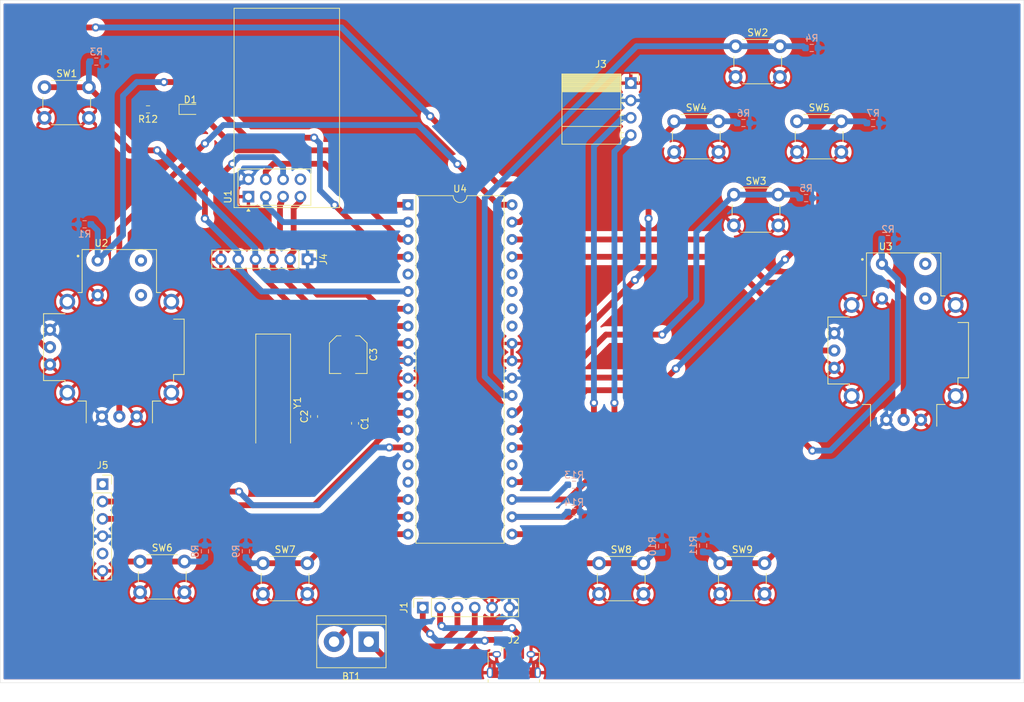
<source format=kicad_pcb>
(kicad_pcb (version 20240108) (generator "pcbnew") (generator_version "8.0")
  (layers (0 "F.Cu" signal) (31 "B.Cu" signal) (34 "B.Paste" user) (35 "F.Paste" user) (36 "B.SilkS" user "B.Silkscreen") (37 "F.SilkS" user "F.Silkscreen") (38 "B.Mask" user) (39 "F.Mask" user) (44 "Edge.Cuts" user))
  (net 0 "")
  (net 1 "/BatteryGnd")
  (net 2 "/BatteryVcc")
  (net 3 "Net-(U4-XTAL1)")
  (net 4 "GND")
  (net 5 "Net-(U4-XTAL2)")
  (net 6 "Net-(D1-K)")
  (net 7 "/LED")
  (net 8 "VCC")
  (net 9 "/UsbVin")
  (net 10 "/UsbGnd")
  (net 14 "/SDA")
  (net 15 "/SCL")
  (net 16 "/MOSI")
  (net 17 "/MISO")
  (net 18 "/SCK")
  (net 19 "/RESET_N")
  (net 20 "/RXD0")
  (net 21 "/TXD0")
  (net 22 "/JL_Click")
  (net 23 "/JR_Click")
  (net 24 "/BTN_UP")
  (net 25 "/BTN_DOWN")
  (net 26 "/BTN_LEFT")
  (net 27 "/BTN_RIGHT")
  (net 28 "/BTN_A")
  (net 29 "/BTN_B")
  (net 30 "/BTN_X")
  (net 31 "/BTN_Y")
  (net 32 "/W_CE")
  (net 33 "/W_CSN")
  (net 35 "/JL_X")
  (net 36 "/JL_Y")
  (net 37 "/JR_X")
  (net 38 "/JR_Y")
  (footprint "Crystal:Crystal_SMD_HC49-SD_HandSoldering" (layer "F.Cu") (at 110 79 -90)
    (property "Reference" "Y1")
    (property "Value" "16 MHz")
  )
  (footprint "LED_SMD:LED_0603_1608Metric_Pad1.05x0.95mm_HandSolder" (layer "F.Cu") (at 97.875 36)
    (property "Reference" "D1")
    (property "Value" "LED")
  )
  (footprint "Resistor_SMD:R_0603_1608Metric_Pad0.98x0.95mm_HandSolder" (layer "F.Cu") (at 91.6625 36 180)
    (property "Reference" "R12")
    (property "Value" "330")
  )
  (footprint "Button_Switch_THT:SW_PUSH_6mm_H4.3mm" (layer "F.Cu") (at 157.75 102.5)
    (property "Reference" "SW8")
    (property "Value" "SW_Push")
  )
  (footprint "Capacitor_SMD:C_0603_1608Metric_Pad1.08x0.95mm_HandSolder" (layer "F.Cu") (at 116 81 90)
    (property "Reference" "C2")
    (property "Value" "22pF")
  )
  (footprint "Connector_PinSocket_2.54mm:PinSocket_1x04_P2.54mm_Horizontal" (layer "F.Cu") (at 162.4 32.15)
    (property "Reference" "J3")
    (property "Value" "LCD 2004")
  )
  (footprint "Connector_PinSocket_2.54mm:PinSocket_1x06_P2.54mm_Vertical" (layer "F.Cu") (at 85 90.92)
    (property "Reference" "J5")
    (property "Value" "Serial")
  )
  (footprint "Button_Switch_THT:SW_PUSH_6mm_H4.3mm" (layer "F.Cu") (at 177.75 26.75)
    (property "Reference" "SW2")
    (property "Value" "SW_Push")
  )
  (footprint "Button_Switch_THT:SW_PUSH_6mm_H4.3mm" (layer "F.Cu") (at 90.5 102.25)
    (property "Reference" "SW6")
    (property "Value" "SW_Push")
  )
  (footprint "Capacitor_SMD:C_0603_1608Metric_Pad1.08x0.95mm_HandSolder" (layer "F.Cu") (at 122 82 -90)
    (property "Reference" "C1")
    (property "Value" "22pF")
  )
  (footprint "Connector_PinHeader_2.54mm:PinHeader_1x06_P2.54mm_Vertical" (layer "F.Cu") (at 115.037072 57.963035 -90)
    (property "Reference" "J4")
    (property "Value" "ICP")
  )
  (footprint "Connector_PinSocket_2.54mm:PinSocket_1x06_P2.54mm_Vertical" (layer "F.Cu") (at 131.92 109 90)
    (property "Reference" "J1")
    (property "Value" "TP4056")
  )
  (footprint "TerminalBlock:TerminalBlock_bornier-2_P5.08mm" (layer "F.Cu") (at 124 114 180)
    (property "Reference" "BT1")
    (property "Value" "18650")
  )
  (footprint "RF_Module:nRF24L01_Breakout" (layer "F.Cu") (at 106.375 48.7895 90)
    (property "Reference" "U1")
    (property "Value" "NRF24L01_Breakout")
  )
  (footprint "Connector_USB:USB_Micro-B_Amphenol_10118194_Horizontal" (layer "F.Cu") (at 145.259 117.2353)
    (property "Reference" "J2")
    (property "Value" "USB")
  )
  (footprint "Capacitor_SMD:C_Elec_5x5.4" (layer "F.Cu") (at 121 71.9375 -90)
    (property "Reference" "C3")
    (property "Value" "10u")
  )
  (footprint "Button_Switch_THT:SW_PUSH_6mm_H4.3mm" (layer "F.Cu") (at 175.5 102.5)
    (property "Reference" "SW9")
    (property "Value" "SW_Push")
  )
  (footprint "Button_Switch_THT:SW_PUSH_6mm_H4.3mm" (layer "F.Cu") (at 108.5 102.5)
    (property "Reference" "SW7")
    (property "Value" "SW_Push")
  )
  (footprint "Button_Switch_THT:SW_PUSH_6mm_H4.3mm" (layer "F.Cu") (at 168.75 37.75)
    (property "Reference" "SW4")
    (property "Value" "SW_Push")
  )
  (footprint "Package_DIP:DIP-40_W15.24mm" (layer "F.Cu") (at 129.76 49.98)
    (property "Reference" "U4")
    (property "Value" "ATmega644P-20P")
  )
  (footprint "Button_Switch_THT:SW_PUSH_6mm_H4.3mm" (layer "F.Cu") (at 177.5 48.5)
    (property "Reference" "SW3")
    (property "Value" "SW_Push")
  )
  (footprint "Button_Switch_THT:SW_PUSH_6mm_H4.3mm" (layer "F.Cu") (at 186.75 37.75)
    (property "Reference" "SW5")
    (property "Value" "SW_Push")
  )
  (footprint "Joystick:XDCR_COM-09032" (layer "F.Cu") (at 202.38 71.3325)
    (property "Reference" "U3")
    (property "Value" "Right Stick")
  )
  (footprint "Joystick:XDCR_COM-09032" (layer "F.Cu") (at 87.46 70.84)
    (property "Reference" "U2")
    (property "Value" "Left Stick")
  )
  (footprint "Button_Switch_THT:SW_PUSH_6mm_H4.3mm" (layer "F.Cu") (at 76.5 32.75)
    (property "Reference" "SW1")
    (property "Value" "SW_Push")
  )
  (footprint "Resistor_SMD:R_0603_1608Metric_Pad0.98x0.95mm_HandSolder" (layer "B.Cu") (at 178.9125 38 180)
    (property "Reference" "R6")
    (property "Value" "10k")
  )
  (footprint "Resistor_SMD:R_0603_1608Metric_Pad0.98x0.95mm_HandSolder" (layer "B.Cu") (at 197.9125 38 180)
    (property "Reference" "R7")
    (property "Value" "10k")
  )
  (footprint "Resistor_SMD:R_0603_1608Metric_Pad0.98x0.95mm_HandSolder" (layer "B.Cu") (at 188.0875 49 180)
    (property "Reference" "R5")
    (property "Value" "10k")
  )
  (footprint "Resistor_SMD:R_0603_1608Metric_Pad0.98x0.95mm_HandSolder" (layer "B.Cu") (at 167 100 -90)
    (property "Reference" "R10")
    (property "Value" "10k")
  )
  (footprint "Resistor_SMD:R_0603_1608Metric_Pad0.98x0.95mm_HandSolder" (layer "B.Cu") (at 106 100.75 -90)
    (property "Reference" "R9")
    (property "Value" "10k")
  )
  (footprint "Resistor_SMD:R_0603_1608Metric_Pad0.98x0.95mm_HandSolder" (layer "B.Cu") (at 154.0875 91 180)
    (property "Reference" "R13")
    (property "Value" "10k")
  )
  (footprint "Resistor_SMD:R_0603_1608Metric_Pad0.98x0.95mm_HandSolder" (layer "B.Cu") (at 84.0875 29 180)
    (property "Reference" "R3")
    (property "Value" "10k")
  )
  (footprint "Resistor_SMD:R_0603_1608Metric_Pad0.98x0.95mm_HandSolder" (layer "B.Cu") (at 188.9125 27 180)
    (property "Reference" "R4")
    (property "Value" "10k")
  )
  (footprint "Resistor_SMD:R_0603_1608Metric_Pad0.98x0.95mm_HandSolder" (layer "B.Cu") (at 154.0875 95 180)
    (property "Reference" "R14")
    (property "Value" "10k")
  )
  (footprint "Resistor_SMD:R_0603_1608Metric_Pad0.98x0.95mm_HandSolder" (layer "B.Cu") (at 82.3725 52.84)
    (property "Reference" "R1")
    (property "Value" "10k")
  )
  (footprint "Resistor_SMD:R_0603_1608Metric_Pad0.98x0.95mm_HandSolder" (layer "B.Cu") (at 200.0875 55 180)
    (property "Reference" "R2")
    (property "Value" "10k")
  )
  (footprint "Resistor_SMD:R_0603_1608Metric_Pad0.98x0.95mm_HandSolder" (layer "B.Cu") (at 173 99.9125 -90)
    (property "Reference" "R11")
    (property "Value" "10k")
  )
  (footprint "Resistor_SMD:R_0603_1608Metric_Pad0.98x0.95mm_HandSolder" (layer "B.Cu") (at 100 100.75 -90)
    (property "Reference" "R8")
    (property "Value" "10k")
  )
  (gr_rect (start 146.45749 114.020868) (end 146.655434 115.223757) (stroke (width 0.2)) (fill none) (layer "F.Cu") (net 10))
  (gr_poly (pts (xy 142 109) (xy 143.253643 107.766527) (xy 142.867907 108) (xy 142 109)) (stroke (width 0.2)) (fill solid) (layer "F.Cu") (net 4))
  (gr_rect (start 143.855971 114.045142) (end 144.053915 115.248031) (stroke (width 0.2)) (fill none) (layer "F.Cu") (net 9))
  (gr_rect (start 92.850486 35.731422) (end 96.684422 36.255148) (stroke (width 0.2)) (fill solid) (layer "F.Cu") (net 6))
  (gr_poly (pts (xy 142 109) (xy 140.979828 107.883263) (xy 141 107.781754) (xy 142 109)) (stroke (width 0.2)) (fill solid) (layer "F.Cu") (net 4))
  (gr_rect (start 144.802056 109.583535) (end 145 110.470772) (stroke (width 0.2)) (fill none) (layer "B.Cu") (net 8))
  (gr_poly (pts (xy 200 80) (xy 200 81) (xy 199 81)) (stroke (width 0.2)) (fill solid) (layer "B.Cu") (net 8))
  (gr_poly (pts (xy 105 47) (xy 105.944112 46.839208) (xy 105.67369 46.459156) (xy 104.803956 46.60533)) (stroke (width 0.2)) (fill solid) (layer "B.Cu") (net 8))
  (gr_rect (start 70 20) (end 220 120) (stroke (width 0.05)) (fill none) (layer "Edge.Cuts"))
  (segment (start 118.92 114) (end 121.92 111) (width 0.85) (layer "F.Cu") (net 1))
  (segment (start 128 112.15) (end 128 114.15) (width 0.85) (layer "F.Cu") (net 1))
  (segment (start 137 112) (end 137 109) (width 0.85) (layer "F.Cu") (net 1))
  (segment (start 129.308148 114.691853) (end 134.308147 114.691853) (width 0.85) (layer "F.Cu") (net 1))
  (segment (start 121.92 111) (end 126.85 111) (width 0.85) (layer "F.Cu") (net 1))
  (segment (start 134.308147 114.691853) (end 137 112) (width 0.85) (layer "F.Cu") (net 1))
  (segment (start 126.85 111) (end 128 112.15) (width 0.85) (layer "F.Cu") (net 1))
  (segment (start 128.766295 114.15) (end 129.308148 114.691853) (width 0.85) (layer "F.Cu") (net 1))
  (segment (start 128 114.15) (end 128.766295 114.15) (width 0.85) (layer "F.Cu") (net 1))
  (segment (start 124 114) (end 126 116) (width 0.85) (layer "F.Cu") (net 2))
  (segment (start 139.54 112.46) (end 139.54 109) (width 0.85) (layer "F.Cu") (net 2))
  (segment (start 126 116) (end 128 116) (width 0.85) (layer "F.Cu") (net 2))
  (segment (start 129 117) (end 135 117) (width 0.85) (layer "F.Cu") (net 2))
  (segment (start 135 117) (end 139.54 112.46) (width 0.85) (layer "F.Cu") (net 2))
  (segment (start 128 116) (end 129 117) (width 0.85) (layer "F.Cu") (net 2))
  (segment (start 129.76 80.46) (end 122.44 80.46) (width 0.85) (layer "F.Cu") (net 3))
  (segment (start 110 84.9375) (end 117.82021 84.9375) (width 0.85) (layer "F.Cu") (net 3))
  (segment (start 120 81.96729) (end 121.06729 80.9) (width 0.85) (layer "F.Cu") (net 3))
  (segment (start 120 82.75771) (end 120 81.96729) (width 0.85) (layer "F.Cu") (net 3))
  (segment (start 121.06729 80.9) (end 122 80.9) (width 0.85) (layer "F.Cu") (net 3))
  (segment (start 122.44 80.46) (end 122 80.9) (width 0.85) (layer "F.Cu") (net 3))
  (segment (start 117.82021 84.9375) (end 120 82.75771) (width 0.85) (layer "F.Cu") (net 3))
  (segment (start 121.430994 77.92) (end 117.250994 82.1) (width 0.85) (layer "F.Cu") (net 5))
  (segment (start 110 73.0625) (end 110 77) (width 0.85) (layer "F.Cu") (net 5))
  (segment (start 110 77) (end 113 80) (width 0.85) (layer "F.Cu") (net 5))
  (segment (start 113 80) (end 113 80.03271) (width 0.85) (layer "F.Cu") (net 5))
  (segment (start 115.06729 82.1) (end 117.250994 82.1) (width 0.85) (layer "F.Cu") (net 5))
  (segment (start 113 80.03271) (end 115.06729 82.1) (width 0.85) (layer "F.Cu") (net 5))
  (segment (start 129.76 77.92) (end 121.430994 77.92) (width 0.85) (layer "F.Cu") (net 5))
  (segment (start 104.75 42) (end 98.95 36.2) (width 0.85) (layer "F.Cu") (net 7))
  (segment (start 129.76 49.98) (end 126.164926 49.98) (width 0.85) (layer "F.Cu") (net 7))
  (segment (start 118.184926 42) (end 104.75 42) (width 0.85) (layer "F.Cu") (net 7))
  (segment (start 126.164926 49.98) (end 118.184926 42) (width 0.85) (layer "F.Cu") (net 7))
  (segment (start 98.95 36.2) (end 98.95 36) (width 0.85) (layer "F.Cu") (net 7))
  (segment (start 121 69.875) (end 123.965 72.84) (width 0.85) (layer "F.Cu") (net 8))
  (segment (start 123.965 72.84) (end 129.76 72.84) (width 0.85) (layer "F.Cu") (net 8))
  (segment (start 131.92 111.761853) (end 133 112.841853) (width 0.85) (layer "F.Cu") (net 9))
  (segment (start 141 113.85) (end 141.1147 113.7353) (width 0.85) (layer "F.Cu") (net 9))
  (segment (start 131.92 109) (end 131.92 111.761853) (width 0.85) (layer "F.Cu") (net 9))
  (segment (start 141.1147 113.7353) (end 143.855971 113.7353) (width 0.85) (layer "F.Cu") (net 9))
  (via (at 133 112.841853) (size 1.2) (drill 0.65) (layers "F.Cu" "B.Cu") (net 9))
  (via (at 141 113.85) (size 1.2) (drill 0.65) (layers "F.Cu" "B.Cu") (net 9))
  (segment (start 133 112.841853) (end 134.008147 113.85) (width 0.85) (layer "B.Cu") (net 9))
  (segment (start 134.008147 113.85) (end 141 113.85) (width 0.85) (layer "B.Cu") (net 9))
  (segment (start 134.46 111.46) (end 134.691852 111.691852) (width 0.85) (layer "F.Cu") (net 10))
  (segment (start 145 112) (end 146.559 113.559) (width 0.85) (layer "F.Cu") (net 10))
  (segment (start 146.559 113.559) (end 146.559 113.7353) (width 0.85) (layer "F.Cu") (net 10))
  (segment (start 134.46 109) (end 134.46 111.46) (width 0.85) (layer "F.Cu") (net 10))
  (via (at 134.691852 111.691852) (size 1.2) (drill 0.65) (layers "F.Cu" "B.Cu") (net 10))
  (via (at 145 112) (size 1.2) (drill 0.65) (layers "F.Cu" "B.Cu") (net 10))
  (segment (start 134.691852 111.691852) (end 135 112) (width 0.85) (layer "B.Cu") (net 10))
  (segment (start 135 112) (end 145 112) (width 0.85) (layer "B.Cu") (net 10))
  (segment (start 157 89.383704) (end 157 79) (width 0.85) (layer "F.Cu") (net 14))
  (segment (start 153.223704 93.16) (end 157 89.383704) (width 0.85) (layer "F.Cu") (net 14))
  (segment (start 145 93.16) (end 153.223704 93.16) (width 0.85) (layer "F.Cu") (net 14))
  (via (at 157 79) (size 1.2) (drill 0.65) (layers "F.Cu" "B.Cu") (net 14))
  (segment (start 150.9275 93.16) (end 153.0875 91) (width 0.85) (layer "B.Cu") (net 14))
  (segment (start 157 41.427919) (end 161.197919 37.23) (width 0.85) (layer "B.Cu") (net 14))
  (segment (start 157 79) (end 157 41.427919) (width 0.85) (layer "B.Cu") (net 14))
  (segment (start 161.197919 37.23) (end 162.4 37.23) (width 0.85) (layer "B.Cu") (net 14))
  (segment (start 145 93.16) (end 150.9275 93.16) (width 0.85) (layer "B.Cu") (net 14))
  (segment (start 160 89) (end 160 79) (width 0.85) (layer "F.Cu") (net 15))
  (segment (start 145 95.7) (end 153.3 95.7) (width 0.85) (layer "F.Cu") (net 15))
  (segment (start 153.3 95.7) (end 160 89) (width 0.85) (layer "F.Cu") (net 15))
  (via (at 160 79) (size 1.2) (drill 0.65) (layers "F.Cu" "B.Cu") (net 15))
  (segment (start 160 42.17) (end 162.4 39.77) (width 0.85) (layer "B.Cu") (net 15))
  (segment (start 160 79) (end 160 42.17) (width 0.85) (layer "B.Cu") (net 15))
  (segment (start 152.3875 95.7) (end 153.0875 95) (width 0.85) (layer "B.Cu") (net 15))
  (segment (start 145 95.7) (end 152.3875 95.7) (width 0.85) (layer "B.Cu") (net 15))
  (segment (start 100 52) (end 100 48) (width 0.85) (layer "F.Cu") (net 16))
  (segment (start 100 48) (end 104 44) (width 0.85) (layer "F.Cu") (net 16))
  (via (at 100 52) (size 1.2) (drill 0.65) (layers "F.Cu" "B.Cu") (net 16))
  (via (at 104 44) (size 1.2) (drill 0.65) (layers "F.Cu" "B.Cu") (net 16))
  (segment (start 110 43) (end 111.455 44.455) (width 0.85) (layer "B.Cu") (net 16))
  (segment (start 111.455 44.455) (end 111.455 46.2495) (width 0.85) (layer "B.Cu") (net 16))
  (segment (start 129.76 62.68) (end 108.317919 62.68) (width 0.85) (layer "B.Cu") (net 16))
  (segment (start 105 43) (end 110 43) (width 0.85) (layer "B.Cu") (net 16))
  (segment (start 104.877072 57.963035) (end 104.877072 56.877072) (width 0.85) (layer "B.Cu") (net 16))
  (segment (start 104.84 59.202081) (end 104.84 58) (width 0.85) (layer "B.Cu") (net 16))
  (segment (start 104 44) (end 105 43) (width 0.85) (layer "B.Cu") (net 16))
  (segment (start 104.877072 56.877072) (end 100 52) (width 0.85) (layer "B.Cu") (net 16))
  (segment (start 108.317919 62.68) (end 104.84 59.202081) (width 0.85) (layer "B.Cu") (net 16))
  (segment (start 123.766295 63.15) (end 116.484215 63.15) (width 0.85) (layer "F.Cu") (net 17))
  (segment (start 112.46 58) (end 112.46 57.322664) (width 0.85) (layer "F.Cu") (net 17))
  (segment (start 129.76 65.22) (end 125.836296 65.22) (width 0.85) (layer "F.Cu") (net 17))
  (segment (start 113 50.461836) (end 113.995 49.466836) (width 0.85) (layer "F.Cu") (net 17))
  (segment (start 113 56.782664) (end 113 50.461836) (width 0.85) (layer "F.Cu") (net 17))
  (segment (start 112.46 59.125785) (end 112.46 58) (width 0.85) (layer "F.Cu") (net 17))
  (segment (start 113.995 49.466836) (end 113.995 48.7895) (width 0.85) (layer "F.Cu") (net 17))
  (segment (start 116.484215 63.15) (end 112.46 59.125785) (width 0.85) (layer "F.Cu") (net 17))
  (segment (start 112.46 57.322664) (end 113 56.782664) (width 0.85) (layer "F.Cu") (net 17))
  (segment (start 125.836296 65.22) (end 123.766295 63.15) (width 0.85) (layer "F.Cu") (net 17))
  (segment (start 111.19 49.0545) (end 111.455 48.7895) (width 0.85) (layer "F.Cu") (net 18))
  (segment (start 129.76 67.76) (end 125.76 67.76) (width 0.85) (layer "F.Cu") (net 18))
  (segment (start 111 49.921836) (end 111.19 49.731836) (width 0.85) (layer "F.Cu") (net 18))
  (segment (start 115.717919 65) (end 109.92 59.202081) (width 0.85) (layer "F.Cu") (net 18))
  (segment (start 109.92 56.08) (end 111 55) (width 0.85) (layer "F.Cu") (net 18))
  (segment (start 123 65) (end 115.717919 65) (width 0.85) (layer "F.Cu") (net 18))
  (segment (start 125.76 67.76) (end 123 65) (width 0.85) (layer "F.Cu") (net 18))
  (segment (start 111.19 49.731836) (end 111.19 49.0545) (width 0.85) (layer "F.Cu") (net 18))
  (segment (start 109.92 59.202081) (end 109.92 58) (width 0.85) (layer "F.Cu") (net 18))
  (segment (start 109.92 58) (end 109.92 56.08) (width 0.85) (layer "F.Cu") (net 18))
  (segment (start 111 55) (end 111 49.921836) (width 0.85) (layer "F.Cu") (net 18))
  (segment (start 89 42) (end 85.425 38.425) (width 0.85) (layer "F.Cu") (net 19))
  (segment (start 85.425 38.425) (end 85.425 35.175) (width 0.85) (layer "F.Cu") (net 19))
  (segment (start 107.38 59.38) (end 107.38 58) (width 0.85) (layer "F.Cu") (net 19))
  (segment (start 93 42) (end 89 42) (width 0.85) (layer "F.Cu") (net 19))
  (segment (start 123.225 69.483704) (end 123.225 68.036764) (width 0.85) (layer "F.Cu") (net 19))
  (segment (start 115.0625 67.0625) (end 107.38 59.38) (width 0.85) (layer "F.Cu") (net 19))
  (segment (start 85.425 35.175) (end 83 32.75) (width 0.85) (layer "F.Cu") (net 19))
  (segment (start 124.041296 70.3) (end 123.225 69.483704) (width 0.85) (layer "F.Cu") (net 19))
  (segment (start 83 32.75) (end 76.5 32.75) (width 0.85) (layer "F.Cu") (net 19))
  (segment (start 129.76 70.3) (end 124.041296 70.3) (width 0.85) (layer "F.Cu") (net 19))
  (segment (start 122.250736 67.0625) (end 115.0625 67.0625) (width 0.85) (layer "F.Cu") (net 19))
  (segment (start 123.225 68.036764) (end 122.250736 67.0625) (width 0.85) (layer "F.Cu") (net 19))
  (via (at 93 42) (size 1.2) (drill 0.65) (layers "F.Cu" "B.Cu") (net 19))
  (segment (start 83 32.75) (end 83 29.0875) (width 0.85) (layer "B.Cu") (net 19))
  (segment (start 83 29.0875) (end 83.0875 29) (width 0.85) (layer "B.Cu") (net 19))
  (segment (start 107.38 58) (end 107.38 56.38) (width 0.85) (layer "B.Cu") (net 19))
  (segment (start 107.38 56.38) (end 93 42) (width 0.85) (layer "B.Cu") (net 19))
  (segment (start 125.15 84.85) (end 125.15 84.773705) (width 0.85) (layer "F.Cu") (net 20))
  (segment (start 116 94) (end 125.15 84.85) (width 0.85) (layer "F.Cu") (net 20))
  (segment (start 125.15 84.773705) (end 126.923705 83) (width 0.85) (layer "F.Cu") (net 20))
  (segment (start 89.086296 94) (end 116 94) (width 0.85) (layer "F.Cu") (net 20))
  (segment (start 87.086296 96) (end 89.086296 94) (width 0.85) (layer "F.Cu") (net 20))
  (segment (start 85 96) (end 87.086296 96) (width 0.85) (layer "F.Cu") (net 20))
  (segment (start 126.923705 83) (end 129.76 83) (width 0.85) (layer "F.Cu") (net 20))
  (segment (start 87.01 93.46) (end 85 93.46) (width 0.85) (layer "F.Cu") (net 21))
  (segment (start 127 85.54) (end 129.76 85.54) (width 0.85) (layer "F.Cu") (net 21))
  (segment (start 105 92) (end 88.47 92) (width 0.85) (layer "F.Cu") (net 21))
  (segment (start 88.47 92) (end 87.01 93.46) (width 0.85) (layer "F.Cu") (net 21))
  (via (at 105 92) (size 1.2) (drill 0.65) (layers "F.Cu" "B.Cu") (net 21))
  (via (at 127 85.54) (size 1.2) (drill 0.65) (layers "F.Cu" "B.Cu") (net 21))
  (segment (start 105 92) (end 107 94) (width 0.85) (layer "B.Cu") (net 21))
  (segment (start 125.076296 85.54) (end 127 85.54) (width 0.85) (layer "B.Cu") (net 21))
  (segment (start 107 94) (end 116.616296 94) (width 0.85) (layer "B.Cu") (net 21))
  (segment (start 116.616296 94) (end 125.076296 85.54) (width 0.85) (layer "B.Cu") (net 21))
  (segment (start 94 32) (end 98 32) (width 0.85) (layer "F.Cu") (net 22))
  (segment (start 119 50) (end 126.6 57.6) (width 0.85) (layer "F.Cu") (net 22))
  (segment (start 126.6 57.6) (end 129.76 57.6) (width 0.85) (layer "F.Cu") (net 22))
  (segment (start 106.15 40.15) (end 116 40.15) (width 0.85) (layer "F.Cu") (net 22))
  (segment (start 98 32) (end 106.15 40.15) (width 0.85) (layer "F.Cu") (net 22))
  (via (at 116 40.15) (size 1.2) (drill 0.65) (layers "F.Cu" "B.Cu") (net 22))
  (via (at 119 50) (size 1.2) (drill 0.65) (layers "F.Cu" "B.Cu") (net 22))
  (via (at 94 32) (size 1.2) (drill 0.65) (layers "F.Cu" "B.Cu") (net 22))
  (segment (start 119 50) (end 116.85 47.85) (width 0.85) (layer "B.Cu") (net 22))
  (segment (start 88 54.425) (end 88 34) (width 0.85) (layer "B.Cu") (net 22))
  (segment (start 84.285 58.14) (end 88 54.425) (width 0.85) (layer "B.Cu") (net 22))
  (segment (start 84.285 53.7525) (end 83.3725 52.84) (width 0.85) (layer "B.Cu") (net 22))
  (segment (start 90 32) (end 94 32) (width 0.85) (layer "B.Cu") (net 22))
  (segment (start 84.285 58.14) (end 84.285 53.7525) (width 0.85) (layer "B.Cu") (net 22))
  (segment (start 116.85 47.85) (end 116.85 41) (width 0.85) (layer "B.Cu") (net 22))
  (segment (start 88 34) (end 90 32) (width 0.85) (layer "B.Cu") (net 22))
  (segment (start 116.85 41) (end 116 40.15) (width 0.85) (layer "B.Cu") (net 22))
  (segment (start 155.15 81.85) (end 155.15 77.85) (width 0.85) (layer "F.Cu") (net 23))
  (segment (start 145 90.62) (end 146.38 90.62) (width 0.85) (layer "F.Cu") (net 23))
  (segment (start 155.85 77.15) (end 180.15 77.15) (width 0.85) (layer "F.Cu") (net 23))
  (segment (start 155.15 77.85) (end 155.85 77.15) (width 0.85) (layer "F.Cu") (net 23))
  (segment (start 146.38 90.62) (end 155.15 81.85) (width 0.85) (layer "F.Cu") (net 23))
  (segment (start 180.15 77.15) (end 189 86) (width 0.85) (layer "F.Cu") (net 23))
  (via (at 189 86) (size 1.2) (drill 0.65) (layers "F.Cu" "B.Cu") (net 23))
  (segment (start 201.519 60.9465) (end 199.205 58.6325) (width 0.85) (layer "B.Cu") (net 23))
  (segment (start 199.0875 57.0875) (end 199.0875 55) (width 0.85) (layer "B.Cu") (net 23))
  (segment (start 201.519 76.112701) (end 201.519 60.9465) (width 0.85) (layer "B.Cu") (net 23))
  (segment (start 189 86) (end 191.631701 86) (width 0.85) (layer "B.Cu") (net 23))
  (segment (start 199.205 58.6325) (end 199.205 57.205) (width 0.85) (layer "B.Cu") (net 23))
  (segment (start 199.205 57.205) (end 199.0875 57.0875) (width 0.85) (layer "B.Cu") (net 23))
  (segment (start 191.631701 86) (end 201.519 76.112701) (width 0.85) (layer "B.Cu") (net 23))
  (segment (start 141 75.156626) (end 143.763374 77.92) (width 0.85) (layer "B.Cu") (net 24))
  (segment (start 184.25 26.75) (end 187.6625 26.75) (width 0.85) (layer "B.Cu") (net 24))
  (segment (start 143.763374 77.92) (end 145 77.92) (width 0.85) (layer "B.Cu") (net 24))
  (segment (start 177.75 26.75) (end 163.25 26.75) (width 0.85) (layer "B.Cu") (net 24))
  (segment (start 177.75 26.75) (end 184.25 26.75) (width 0.85) (layer "B.Cu") (net 24))
  (segment (start 163.25 26.75) (end 141 49) (width 0.85) (layer "B.Cu") (net 24))
  (segment (start 187.6625 26.75) (end 187.9125 27) (width 0.85) (layer "B.Cu") (net 24))
  (segment (start 141 49) (end 141 75.156626) (width 0.85) (layer "B.Cu") (net 24))
  (segment (start 167 69) (end 158.767408 69) (width 0.85) (layer "F.Cu") (net 25))
  (segment (start 150 77.767408) (end 150 79.13137) (width 0.85) (layer "F.Cu") (net 25))
  (segment (start 146.13137 83) (end 145 83) (width 0.85) (layer "F.Cu") (net 25))
  (segment (start 158.767408 69) (end 150 77.767408) (width 0.85) (layer "F.Cu") (net 25))
  (segment (start 150 79.13137) (end 146.13137 83) (width 0.85) (layer "F.Cu") (net 25))
  (via (at 167 69) (size 1.2) (drill 0.65) (layers "F.Cu" "B.Cu") (net 25))
  (segment (start 177.5 48.5) (end 172 54) (width 0.85) (layer "B.Cu") (net 25))
  (segment (start 172 54) (end 172 64) (width 0.85) (layer "B.Cu") (net 25))
  (segment (start 172 64) (end 167 69) (width 0.85) (layer "B.Cu") (net 25))
  (segment (start 177.5 48.5) (end 184 48.5) (width 0.85) (layer "B.Cu") (net 25))
  (segment (start 187.0875 48.9125) (end 187.0875 49) (width 0.85) (layer "B.Cu") (net 25))
  (segment (start 186.675 48.5) (end 187.0875 48.9125) (width 0.85) (layer "B.Cu") (net 25))
  (segment (start 184 48.5) (end 186.675 48.5) (width 0.85) (layer "B.Cu") (net 25))
  (segment (start 163 61) (end 147.113313 76.886687) (width 0.85) (layer "F.Cu") (net 26))
  (segment (start 147.225 78.841626) (end 145.606626 80.46) (width 0.85) (layer "F.Cu") (net 26))
  (segment (start 147.225 76.998374) (end 147.225 78.841626) (width 0.85) (layer "F.Cu") (net 26))
  (segment (start 145.606626 80.46) (end 145 80.46) (width 0.85) (layer "F.Cu") (net 26))
  (segment (start 168.75 37.75) (end 168.75 38.25) (width 0.85) (layer "F.Cu") (net 26))
  (segment (start 165 42) (end 165 52) (width 0.85) (layer "F.Cu") (net 26))
  (segment (start 147.113313 76.886687) (end 147.225 76.998374) (width 0.85) (layer "F.Cu") (net 26))
  (segment (start 168.75 38.25) (end 165 42) (width 0.85) (layer "F.Cu") (net 26))
  (via (at 165 52) (size 1.2) (drill 0.65) (layers "F.Cu" "B.Cu") (net 26))
  (via (at 163 61) (size 1.2) (drill 0.65) (layers "F.Cu" "B.Cu") (net 26))
  (segment (start 165 52) (end 165 59) (width 0.85) (layer "B.Cu") (net 26))
  (segment (start 175.25 37.75) (end 177.6625 37.75) (width 0.85) (layer "B.Cu") (net 26))
  (segment (start 165 59) (end 163 61) (width 0.85) (layer "B.Cu") (net 26))
  (segment (start 177.6625 37.75) (end 177.9125 38) (width 0.85) (layer "B.Cu") (net 26))
  (segment (start 168.75 37.75) (end 175.25 37.75) (width 0.85) (layer "B.Cu") (net 26))
  (segment (start 153.3 77.083704) (end 153.3 80.7) (width 0.85) (layer "F.Cu") (net 27))
  (segment (start 153.3 80.7) (end 148.46 85.54) (width 0.85) (layer "F.Cu") (net 27))
  (segment (start 190 53) (end 185 58) (width 0.85) (layer "F.Cu") (net 27))
  (segment (start 167.7 75.3) (end 155.083705 75.3) (width 0.85) (layer "F.Cu") (net 27))
  (segment (start 169 74) (end 167.7 75.3) (width 0.85) (layer "F.Cu") (net 27))
  (segment (start 193.25 37.75) (end 190 41) (width 0.85) (layer "F.Cu") (net 27))
  (segment (start 155.083705 75.3) (end 153.3 77.083704) (width 0.85) (layer "F.Cu") (net 27))
  (segment (start 190 41) (end 190 53) (width 0.85) (layer "F.Cu") (net 27))
  (segment (start 148.46 85.54) (end 145 85.54) (width 0.85) (layer "F.Cu") (net 27))
  (via (at 185 58) (size 1.2) (drill 0.65) (layers "F.Cu" "B.Cu") (net 27))
  (via (at 169 74) (size 1.2) (drill 0.65) (layers "F.Cu" "B.Cu") (net 27))
  (segment (start 169 74) (end 185 58) (width 0.85) (layer "B.Cu") (net 27))
  (segment (start 196.6625 37.75) (end 196.9125 38) (width 0.85) (layer "B.Cu") (net 27))
  (segment (start 186.75 37.75) (end 193.25 37.75) (width 0.85) (layer "B.Cu") (net 27))
  (segment (start 193.25 37.75) (end 196.6625 37.75) (width 0.85) (layer "B.Cu") (net 27))
  (segment (start 117 96) (end 90 96) (width 0.85) (layer "F.Cu") (net 28))
  (segment (start 129.76 93.16) (end 119.84 93.16) (width 0.85) (layer "F.Cu") (net 28))
  (segment (start 90 96) (end 88 98) (width 0.85) (layer "F.Cu") (net 28))
  (segment (start 88.25 102.25) (end 88 102) (width 0.85) (layer "F.Cu") (net 28))
  (segment (start 97 102.25) (end 90.5 102.25) (width 0.85) (layer "F.Cu") (net 28))
  (segment (start 119.84 93.16) (end 117 96) (width 0.85) (layer "F.Cu") (net 28))
  (segment (start 88 102) (end 88 98) (width 0.85) (layer "F.Cu") (net 28))
  (segment (start 90.5 102.25) (end 88.25 102.25) (width 0.85) (layer "F.Cu") (net 28))
  (segment (start 97 102.25) (end 99.5 102.25) (width 0.85) (layer "B.Cu") (net 28))
  (segment (start 99.5 102.25) (end 100 101.75) (width 0.85) (layer "B.Cu") (net 28))
  (segment (start 108.5 102.5) (end 115 102.5) (width 0.85) (layer "F.Cu") (net 29))
  (segment (start 121.8 95.7) (end 115 102.5) (width 0.85) (layer "F.Cu") (net 29))
  (segment (start 129.76 95.7) (end 121.8 95.7) (width 0.85) (layer "F.Cu") (net 29))
  (segment (start 106.75 102.5) (end 106 101.75) (width 0.85) (layer "B.Cu") (net 29))
  (segment (start 108.5 102.5) (end 106.75 102.5) (width 0.85) (layer "B.Cu") (net 29))
  (segment (start 127 99) (end 127 100) (width 0.85) (layer "F.Cu") (net 30))
  (segment (start 129.5 102.5) (end 157.75 102.5) (width 0.85) (layer "F.Cu") (net 30))
  (segment (start 157.75 102.5) (end 164.25 102.5) (width 0.85) (layer "F.Cu") (net 30))
  (segment (start 129.76 98.24) (end 127.76 98.24) (width 0.85) (layer "F.Cu") (net 30))
  (segment (start 127.76 98.24) (end 127 99) (width 0.85) (layer "F.Cu") (net 30))
  (segment (start 127 100) (end 129.5 102.5) (width 0.85) (layer "F.Cu") (net 30))
  (segment (start 164.25 102.5) (end 165.75 101) (width 0.85) (layer "B.Cu") (net 30))
  (segment (start 165.75 101) (end 167 101) (width 0.85) (layer "B.Cu") (net 30))
  (segment (start 181 97) (end 180 96) (width 0.85) (layer "F.Cu") (net 31))
  (segment (start 184 100.5) (end 184 98) (width 0.85) (layer "F.Cu") (net 31))
  (segment (start 159.76 98.24) (end 145 98.24) (width 0.85) (layer "F.Cu") (net 31))
  (segment (start 182 102.5) (end 184 100.5) (width 0.85) (layer "F.Cu") (net 31))
  (segment (start 162 96) (end 159.76 98.24) (width 0.85) (layer "F.Cu") (net 31))
  (segment (start 183 97) (end 181 97) (width 0.85) (layer "F.Cu") (net 31))
  (segment (start 180 96) (end 162 96) (width 0.85) (layer "F.Cu") (net 31))
  (segment (start 175.5 102.5) (end 182 102.5) (width 0.85) (layer "F.Cu") (net 31))
  (segment (start 184 98) (end 183 97) (width 0.85) (layer "F.Cu") (net 31))
  (segment (start 175.5 102.5) (end 173.9125 100.9125) (width 0.85) (layer "B.Cu") (net 31))
  (segment (start 173.9125 100.9125) (end 173 100.9125) (width 0.85) (layer "B.Cu") (net 31))
  (segment (start 111.443419 52.52) (end 108.915 49.991581) (width 0.85) (layer "B.Cu") (net 32))
  (segment (start 129.76 52.52) (end 111.443419 52.52) (width 0.85) (layer "B.Cu") (net 32))
  (segment (start 108.915 49.991581) (end 108.915 48.7895) (width 0.85) (layer "B.Cu") (net 32))
  (segment (start 128.62863 55.06) (end 117.54313 43.9745) (width 0.85) (layer "F.Cu") (net 33))
  (segment (start 108.915 45.085) (end 108.915 46.2495) (width 0.85) (layer "F.Cu") (net 33))
  (segment (start 110.0255 43.9745) (end 108.915 45.085) (width 0.85) (layer "F.Cu") (net 33))
  (segment (start 129.76 55.06) (end 128.62863 55.06) (width 0.85) (layer "F.Cu") (net 33))
  (segment (start 117.54313 43.9745) (end 110.0255 43.9745) (width 0.85) (layer "F.Cu") (net 33))
  (segment (start 87.46 53.54) (end 100 41) (width 0.85) (layer "F.Cu") (net 35))
  (segment (start 87.46 81) (end 87.46 53.54) (width 0.85) (layer "F.Cu") (net 35))
  (segment (start 137 44) (end 142.98 49.98) (width 0.85) (layer "F.Cu") (net 35))
  (segment (start 142.98 49.98) (end 145 49.98) (width 0.85) (layer "F.Cu") (net 35))
  (via (at 100 41) (size 1.2) (drill 0.65) (layers "F.Cu" "B.Cu") (net 35))
  (via (at 137 44) (size 1.2) (drill 0.65) (layers "F.Cu" "B.Cu") (net 35))
  (segment (start 102.7 38.3) (end 131.3 38.3) (width 0.85) (layer "B.Cu") (net 35))
  (segment (start 131.3 38.3) (end 137 44) (width 0.85) (layer "B.Cu") (net 35))
  (segment (start 100 41) (end 102.7 38.3) (width 0.85) (layer "B.Cu") (net 35))
  (segment (start 76.567509 70.84) (end 74.075 68.347491) (width 0.85) (layer "F.Cu") (net 36))
  (segment (start 143 47) (end 145.166626 47) (width 0.85) (layer "F.Cu") (net 36))
  (segment (start 133 37) (end 143 47) (width 0.85) (layer "F.Cu") (net 36))
  (segment (start 147.225 49.058374) (end 147.225 51.42637) (width 0.85) (layer "F.Cu") (net 36))
  (segment (start 147.225 51.42637) (end 146.13137 52.52) (width 0.85) (layer "F.Cu") (net 36))
  (segment (start 146.13137 52.52) (end 145 52.52) (width 0.85) (layer "F.Cu") (net 36))
  (segment (start 74.075 68.347491) (end 74.075 31.745532) (width 0.85) (layer "F.Cu") (net 36))
  (segment (start 77.3 70.84) (end 76.567509 70.84) (width 0.85) (layer "F.Cu") (net 36))
  (segment (start 145.166626 47) (end 147.225 49.058374) (width 0.85) (layer "F.Cu") (net 36))
  (segment (start 81.820532 24) (end 84 24) (width 0.85) (layer "F.Cu") (net 36))
  (segment (start 74.075 31.745532) (end 81.820532 24) (width 0.85) (layer "F.Cu") (net 36))
  (via (at 133 37) (size 1.2) (drill 0.65) (layers "F.Cu" "B.Cu") (net 36))
  (via (at 84 24) (size 1.2) (drill 0.65) (layers "F.Cu" "B.Cu") (net 36))
  (segment (start 84 24) (end 120 24) (width 0.85) (layer "B.Cu") (net 36))
  (segment (start 120 24) (end 133 37) (width 0.85) (layer "B.Cu") (net 36))
  (segment (start 202.38 63.615009) (end 202.38 81.4925) (width 0.85) (layer "F.Cu") (net 37))
  (segment (start 145 55.06) (end 176.130532 55.06) (width 0.85) (layer "F.Cu") (net 37))
  (segment (start 176.130532 55.06) (end 182.469032 61.3985) (width 0.85) (layer "F.Cu") (net 37))
  (segment (start 200.163491 61.3985) (end 202.38 63.615009) (width 0.85) (layer "F.Cu") (net 37))
  (segment (start 182.469032 61.3985) (end 200.163491 61.3985) (width 0.85) (layer "F.Cu") (net 37))
  (segment (start 145 57.6) (end 176.054236 57.6) (width 0.85) (layer "F.Cu") (net 38))
  (segment (start 189.786736 71.3325) (end 192.22 71.3325) (width 0.85) (layer "F.Cu") (net 38))
  (segment (start 176.054236 57.6) (end 189.786736 71.3325) (width 0.85) (layer "F.Cu") (net 38))
  (zone (net 4) (net_name "GND") (layer "F.Cu") (connect_pads (clearance 0.5)) (min_thickness 0.25) (fill yes (thermal_gap 0.5) (thermal_bridge_width 0.5))
    (polygon (pts (xy 70 20) (xy 220 20) (xy 220 120) (xy 70 120)))
  )
  (zone (net 8) (net_name "VCC") (layer "B.Cu") (priority 1) (connect_pads (clearance 0.5)) (min_thickness 0.25) (fill yes (thermal_gap 0.5) (thermal_bridge_width 0.5))
    (polygon (pts (xy 220 20) (xy 220 120) (xy 70 120) (xy 70 20)))
  )
)
</source>
